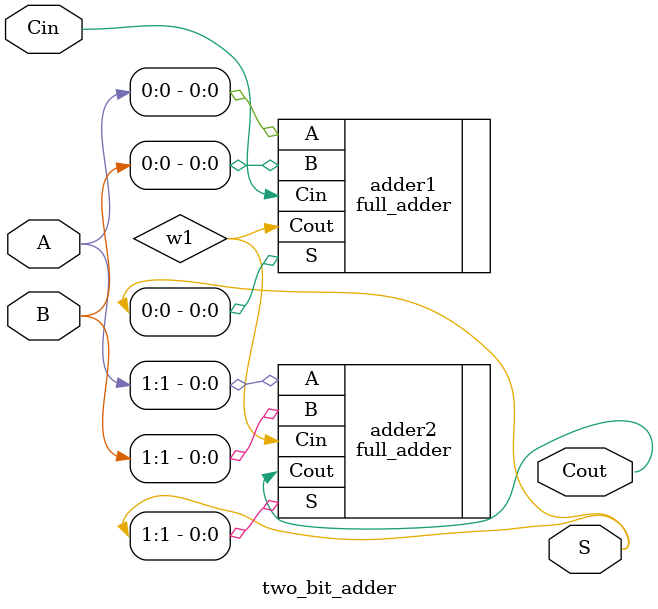
<source format=v>
module two_bit_adder (
    S,
    Cout,
    A,
    B,
    Cin
);
    
    input [1:0] A, B;
    input Cin;

    output [1:0] S;
    output Cout;

    wire w1;

    full_adder adder1(.S(S[0]), .Cout(w1), .A(A[0]), .B(B[0]), .Cin(Cin));

    full_adder adder2(.S(S[1]), .Cout(Cout), .A(A[1]), .B(B[1]), .Cin(w1));

endmodule
</source>
